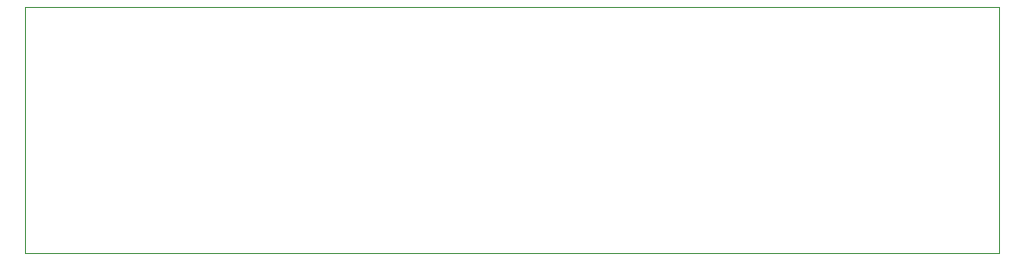
<source format=gbr>
%TF.GenerationSoftware,KiCad,Pcbnew,7.0.1*%
%TF.CreationDate,2023-09-10T19:43:46+01:00*%
%TF.ProjectId,Bridge,42726964-6765-42e6-9b69-6361645f7063,rev?*%
%TF.SameCoordinates,Original*%
%TF.FileFunction,Profile,NP*%
%FSLAX46Y46*%
G04 Gerber Fmt 4.6, Leading zero omitted, Abs format (unit mm)*
G04 Created by KiCad (PCBNEW 7.0.1) date 2023-09-10 19:43:46*
%MOMM*%
%LPD*%
G01*
G04 APERTURE LIST*
%TA.AperFunction,Profile*%
%ADD10C,0.100000*%
%TD*%
G04 APERTURE END LIST*
D10*
X62865000Y-41275000D02*
X145415000Y-41275000D01*
X145415000Y-62230000D01*
X62865000Y-62230000D01*
X62865000Y-41275000D01*
M02*

</source>
